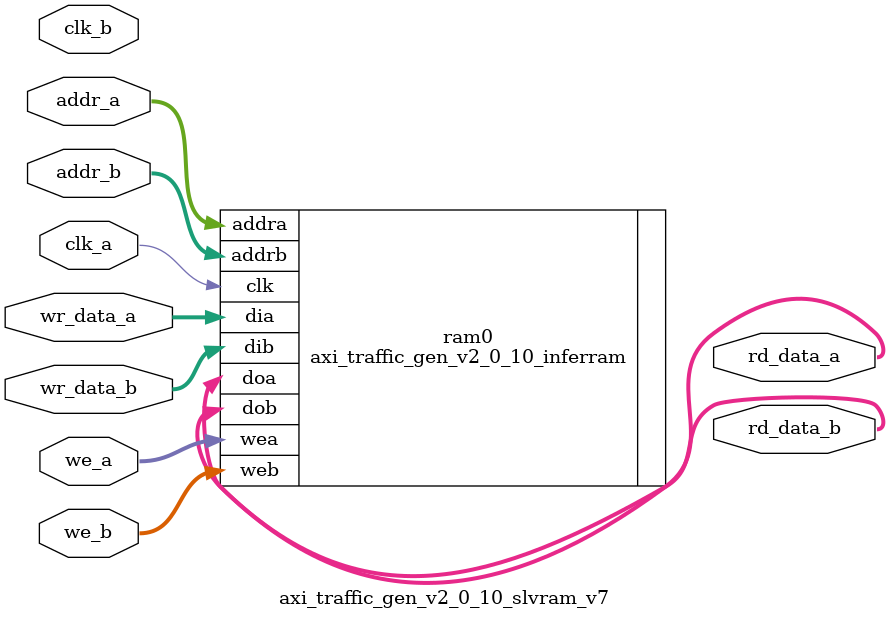
<source format=v>
`timescale 1ps/1ps
`include "axi_traffic_gen_v2_0_10_defines.v"
(* DowngradeIPIdentifiedWarnings="yes" *)
module axi_traffic_gen_v2_0_10_slvram_v7 #(
  parameter C_FAMILY    = "virtex7" ,
  parameter C_DATAWIDTH = 64        ,
  parameter C_SIZE      = 1024      ,
  parameter C_ADDR_WIDTH= 10        ,
  parameter C_INITRAM_F = "NONE"     
        
) (
input                      clk_a    ,
input  [C_DATAWIDTH/8-1:0] we_a     ,
input  [C_ADDR_WIDTH-1:0]  addr_a   ,
input  [C_DATAWIDTH-1:0]   wr_data_a,
output [C_DATAWIDTH-1:0]   rd_data_a,

input                      clk_b    ,
input  [C_DATAWIDTH/8-1:0] we_b     ,
input  [C_ADDR_WIDTH-1:0]  addr_b   ,
input  [C_DATAWIDTH-1:0]   wr_data_b,
output [C_DATAWIDTH-1:0]   rd_data_b
);


//generate
//if(C_DATAWIDTH == 32) begin: ram32b

axi_traffic_gen_v2_0_10_inferram #(
    .C_FAMILY   (C_FAMILY     ),
    .C_RAMINIT_F(C_INITRAM_F  ),
    .SIZE       (C_SIZE       ),    
    .ADDR_WIDTH (C_ADDR_WIDTH ),    
    .NB_COL     (C_DATAWIDTH/8),
    .COL_WIDTH  (8            ),
    .INFER_TYPE (1            ) 
) ram0 (
   .clk(clk_a),
   .wea(we_a),
   .web(we_b),
   .addra(addr_a),
   .addrb(addr_b),	 
   .dia(wr_data_a),
   .dib(wr_data_b),	 
   .doa(rd_data_a),
   .dob(rd_data_b)
);

//end // block: ram32b    
//endgenerate


//generate
//if(C_DATAWIDTH == 64) begin: ram64b
//axi_traffic_gen_v2_0_10_inferram #(
//    .C_FAMILY   (C_FAMILY   ),
//    .C_RAMINIT_F(C_INITRAM_F),
//    .NB_COL     (8          ),
//    .COL_WIDTH  (8          ),
//    .INFER_TYPE (1          )
//		     )
//   ram0 (
//	 .clk(clk_a),
//	 .wea(we_a),
//	 .web(we_b),
//	 .addra(addr_a),
//	 .addrb(addr_b),	 
//	 .dia(wr_data_a),
//	 .dib(wr_data_b),	 
//	 .doa(rd_data_a),
//	 .dob(rd_data_b)
//	 );
//
//end // block: ram64b    
//endgenerate

 
   
/*

generate
if(C_DATAWIDTH == 32) begin: ram32b

RAMB36 #(

                  `RAMB_INIT0
         .INIT_FILE    (C_INITRAM_F  ),
	 .SIM_COLLISION_CHECK("NONE"),
	 .WRITE_MODE_A("WRITE_FIRST"),
	 .WRITE_MODE_B("WRITE_FIRST"),
         .READ_WIDTH_A (36           ),
         .READ_WIDTH_B (36           ),
         .WRITE_WIDTH_A(36           ),
         .WRITE_WIDTH_B(36           ),         
         .INIT_A       (36'h000000000), 
         .INIT_B       (36'h000000000), 
         .SRVAL_A      ('h0          ),
         .SRVAL_B      ('h0          )
        )
        ramb36i (
        .CLKA  (clk_a             ),
        .ADDRA ({1'b0,addr_a,5'h0}),
        .ENA   (1'b1              ),
        .REGCEA(1'b0              ),
        .WEA   (we_a[3:0]         ),
        .SSRA  (1'b0              ),
        .DOA   (rd_data_a[31:0]   ),
        .DIA   (wr_data_a[31:0]   ),
        .DIPA  (4'b0              ),
                 
        .CLKB  (clk_b             ),
        .ADDRB ({1'b0,addr_b,5'h0}),
        .ENB   (1'b1              ),
        .REGCEB(1'b0              ),
        .WEB   (we_b[3:0]         ),
        .SSRB  (1'b0              ),
        .DOB   (rd_data_b[31:0]   ),
        .DIB   (wr_data_b[31:0]   ),
        .DIPB  (4'b0              )

);

end // block: ram32b    
endgenerate


generate
if(C_DATAWIDTH == 64) begin: ram64b

RAMB36 #(
                  `RAMB_INIT0
         .INIT_FILE    (C_INITRAM_F  ),
	 .SIM_COLLISION_CHECK("NONE"),
	 .WRITE_MODE_A("WRITE_FIRST"),
	 .WRITE_MODE_B("WRITE_FIRST"),
         .READ_WIDTH_A (36           ),
         .READ_WIDTH_B (36           ),
         .WRITE_WIDTH_A(36           ),
         .WRITE_WIDTH_B(36           ),        
         .INIT_A       (36'h000000000), 
         .INIT_B       (36'h000000000), 
         .SRVAL_A      ('h0          ),
         .SRVAL_B      ('h0          )
        )
        ramb36i (
        .CLKA  (clk_a             ),
        .ADDRA ({1'b0,addr_a,5'h0}),
        .ENA   (1'b1              ),
        .REGCEA(1'b0              ),
        .WEA   (we_a[3:0]         ),
        .SSRA  (1'b0              ),
        .DOA   (rd_data_a[31:0]   ),
        .DIA   (wr_data_a[31:0]   ),
        .DIPA  (4'b0              ),
                 
        .CLKB  (clk_b             ),
        .ADDRB ({1'b0,addr_b,5'h0}),
        .ENB   (1'b1              ),
        .REGCEB(1'b0              ),
        .WEB   (we_b[3:0]         ),
        .SSRB  (1'b0              ),
        .DOB   (rd_data_b[31:0]   ),
        .DIB   (wr_data_b[31:0]   ),
        .DIPB  (4'b0              )

);

   
RAMB36 #(
         `RAMB_INIT0
         .INIT_FILE    (C_INITRAM_F  ),         
	 .SIM_COLLISION_CHECK("NONE"),
	 .WRITE_MODE_A("WRITE_FIRST"),
	 .WRITE_MODE_B("WRITE_FIRST"),
         .READ_WIDTH_A (36           ),
         .READ_WIDTH_B (36           ),
         .WRITE_WIDTH_A(36           ),
         .WRITE_WIDTH_B(36           ),         
         .INIT_A       (36'h000000000), 
         .INIT_B       (36'h000000000), 
         .SRVAL_A      ('h0          ),
         .SRVAL_B      ('h0          )
        )
        ramb36ii (
        .CLKA  (clk_a              ),
        .ADDRA ({1'b0, addr_a,5'h0}),
        .ENA   (1'b1               ),
        .REGCEA(1'b0               ),
        .WEA   (we_a[7:4]          ),
        .SSRA  (1'b0               ),
        .DOA   (rd_data_a[63:32]   ),
        .DIA   (wr_data_a[63:32]   ),
        .DIPA  (4'b0               ),
                 
        .CLKB  (clk_b              ),
        .ADDRB ({1'b0,addr_b,5'h0} ),
        .ENB   (1'b1               ),
        .REGCEB(1'b0               ),
        .WEB   (we_b[7:4]          ),
        .SSRB  (1'b0               ),
        .DOB   (rd_data_b[63:32]   ),
        .DIB   (wr_data_b[63:32]   ),
        .DIPB  (4'b0               )

                 
);

end // block: ram64b    
endgenerate
*/




endmodule

</source>
